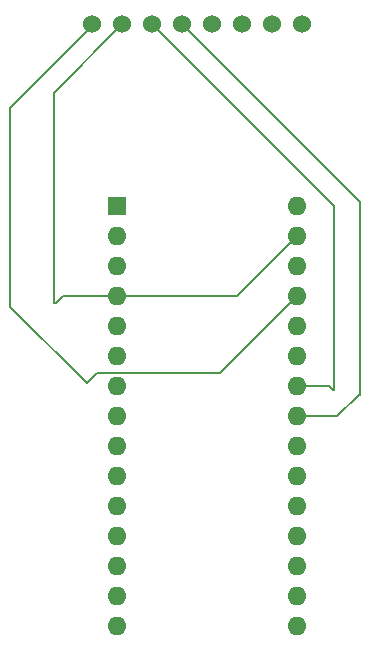
<source format=gbr>
%TF.GenerationSoftware,KiCad,Pcbnew,9.0.6*%
%TF.CreationDate,2025-11-26T06:50:29+05:30*%
%TF.ProjectId,Invis_Pad_Kicad,496e7669-735f-4506-9164-5f4b69636164,rev?*%
%TF.SameCoordinates,Original*%
%TF.FileFunction,Copper,L1,Top*%
%TF.FilePolarity,Positive*%
%FSLAX46Y46*%
G04 Gerber Fmt 4.6, Leading zero omitted, Abs format (unit mm)*
G04 Created by KiCad (PCBNEW 9.0.6) date 2025-11-26 06:50:29*
%MOMM*%
%LPD*%
G01*
G04 APERTURE LIST*
%TA.AperFunction,ComponentPad*%
%ADD10C,1.524000*%
%TD*%
%TA.AperFunction,ComponentPad*%
%ADD11R,1.600000X1.600000*%
%TD*%
%TA.AperFunction,ComponentPad*%
%ADD12O,1.600000X1.600000*%
%TD*%
%TA.AperFunction,Conductor*%
%ADD13C,0.200000*%
%TD*%
G04 APERTURE END LIST*
D10*
%TO.P,U1,1,VCC*%
%TO.N,Net-(A1-+5V)*%
X172117000Y-89255000D03*
%TO.P,U1,2,GND*%
%TO.N,Net-(U1-GND)*%
X174657000Y-89255000D03*
%TO.P,U1,3,SCL*%
%TO.N,Net-(A1-SCL{slash}A5)*%
X177197000Y-89255000D03*
%TO.P,U1,4,SDA*%
%TO.N,Net-(A1-SDA{slash}A4)*%
X179737000Y-89255000D03*
%TO.P,U1,5,XDA*%
%TO.N,unconnected-(U1-XDA-Pad5)*%
X182277000Y-89255000D03*
%TO.P,U1,6,XCL*%
%TO.N,unconnected-(U1-XCL-Pad6)*%
X184817000Y-89255000D03*
%TO.P,U1,7,ADD*%
%TO.N,unconnected-(U1-ADD-Pad7)*%
X187357000Y-89255000D03*
%TO.P,U1,8,INT*%
%TO.N,unconnected-(U1-INT-Pad8)*%
X189897000Y-89255000D03*
%TD*%
D11*
%TO.P,A1,1,TX1*%
%TO.N,unconnected-(A1-TX1-Pad1)*%
X174260000Y-104640000D03*
D12*
%TO.P,A1,2,RX1*%
%TO.N,unconnected-(A1-RX1-Pad2)*%
X174260000Y-107180000D03*
%TO.P,A1,3,~{RESET}*%
%TO.N,unconnected-(A1-~{RESET}-Pad3)*%
X174260000Y-109720000D03*
%TO.P,A1,4,GND*%
%TO.N,Net-(U1-GND)*%
X174260000Y-112260000D03*
%TO.P,A1,5,D2*%
%TO.N,unconnected-(A1-D2-Pad5)*%
X174260000Y-114800000D03*
%TO.P,A1,6,D3*%
%TO.N,unconnected-(A1-D3-Pad6)*%
X174260000Y-117340000D03*
%TO.P,A1,7,D4*%
%TO.N,unconnected-(A1-D4-Pad7)*%
X174260000Y-119880000D03*
%TO.P,A1,8,D5*%
%TO.N,unconnected-(A1-D5-Pad8)*%
X174260000Y-122420000D03*
%TO.P,A1,9,D6*%
%TO.N,unconnected-(A1-D6-Pad9)*%
X174260000Y-124960000D03*
%TO.P,A1,10,D7*%
%TO.N,unconnected-(A1-D7-Pad10)*%
X174260000Y-127500000D03*
%TO.P,A1,11,D8*%
%TO.N,unconnected-(A1-D8-Pad11)*%
X174260000Y-130040000D03*
%TO.P,A1,12,D9*%
%TO.N,unconnected-(A1-D9-Pad12)*%
X174260000Y-132580000D03*
%TO.P,A1,13,D10*%
%TO.N,unconnected-(A1-D10-Pad13)*%
X174260000Y-135120000D03*
%TO.P,A1,14,MOSI*%
%TO.N,unconnected-(A1-MOSI-Pad14)*%
X174260000Y-137660000D03*
%TO.P,A1,15,MISO*%
%TO.N,unconnected-(A1-MISO-Pad15)*%
X174260000Y-140200000D03*
%TO.P,A1,16,SCK*%
%TO.N,unconnected-(A1-SCK-Pad16)*%
X189500000Y-140200000D03*
%TO.P,A1,17,3V3*%
%TO.N,unconnected-(A1-3V3-Pad17)*%
X189500000Y-137660000D03*
%TO.P,A1,18,AREF*%
%TO.N,unconnected-(A1-AREF-Pad18)*%
X189500000Y-135120000D03*
%TO.P,A1,19,A0*%
%TO.N,unconnected-(A1-A0-Pad19)*%
X189500000Y-132580000D03*
%TO.P,A1,20,A1*%
%TO.N,unconnected-(A1-A1-Pad20)*%
X189500000Y-130040000D03*
%TO.P,A1,21,A2*%
%TO.N,unconnected-(A1-A2-Pad21)*%
X189500000Y-127500000D03*
%TO.P,A1,22,A3*%
%TO.N,unconnected-(A1-A3-Pad22)*%
X189500000Y-124960000D03*
%TO.P,A1,23,SDA/A4*%
%TO.N,Net-(A1-SDA{slash}A4)*%
X189500000Y-122420000D03*
%TO.P,A1,24,SCL/A5*%
%TO.N,Net-(A1-SCL{slash}A5)*%
X189500000Y-119880000D03*
%TO.P,A1,25,A6*%
%TO.N,unconnected-(A1-A6-Pad25)*%
X189500000Y-117340000D03*
%TO.P,A1,26,A7*%
%TO.N,unconnected-(A1-A7-Pad26)*%
X189500000Y-114800000D03*
%TO.P,A1,27,+5V*%
%TO.N,Net-(A1-+5V)*%
X189500000Y-112260000D03*
%TO.P,A1,28,~{RESET}*%
%TO.N,unconnected-(A1-~{RESET}-Pad28)*%
X189500000Y-109720000D03*
%TO.P,A1,29,GND*%
%TO.N,Net-(U1-GND)*%
X189500000Y-107180000D03*
%TO.P,A1,30,VIN*%
%TO.N,unconnected-(A1-VIN-Pad30)*%
X189500000Y-104640000D03*
%TD*%
D13*
%TO.N,Net-(U1-GND)*%
X184420000Y-112260000D02*
X189500000Y-107180000D01*
X169660000Y-112260000D02*
X174260000Y-112260000D01*
X168880000Y-95032000D02*
X168880000Y-112890000D01*
X168880000Y-112890000D02*
X169030000Y-112890000D01*
X174260000Y-112260000D02*
X184420000Y-112260000D01*
X174657000Y-89255000D02*
X168880000Y-95032000D01*
X169030000Y-112890000D02*
X169660000Y-112260000D01*
%TO.N,Net-(A1-SCL{slash}A5)*%
X177197000Y-89255000D02*
X192610000Y-104668000D01*
X192140000Y-119880000D02*
X189500000Y-119880000D01*
X192470000Y-120210000D02*
X192140000Y-119880000D01*
X192610000Y-104668000D02*
X192610000Y-120210000D01*
X192610000Y-120210000D02*
X192470000Y-120210000D01*
%TO.N,Net-(A1-SDA{slash}A4)*%
X192880000Y-122420000D02*
X189500000Y-122420000D01*
X194820000Y-120620000D02*
X194680000Y-120620000D01*
X194680000Y-120620000D02*
X192880000Y-122420000D01*
X179737000Y-89255000D02*
X194820000Y-104338000D01*
X194820000Y-104338000D02*
X194820000Y-120620000D01*
%TO.N,Net-(A1-+5V)*%
X171640000Y-119650000D02*
X172511000Y-118779000D01*
X165160000Y-113170000D02*
X171640000Y-119650000D01*
X165160000Y-96340000D02*
X165160000Y-113170000D01*
X182981000Y-118779000D02*
X189500000Y-112260000D01*
X172117000Y-89255000D02*
X172117000Y-89383000D01*
X172511000Y-118779000D02*
X182981000Y-118779000D01*
X172117000Y-89383000D02*
X165160000Y-96340000D01*
%TD*%
M02*

</source>
